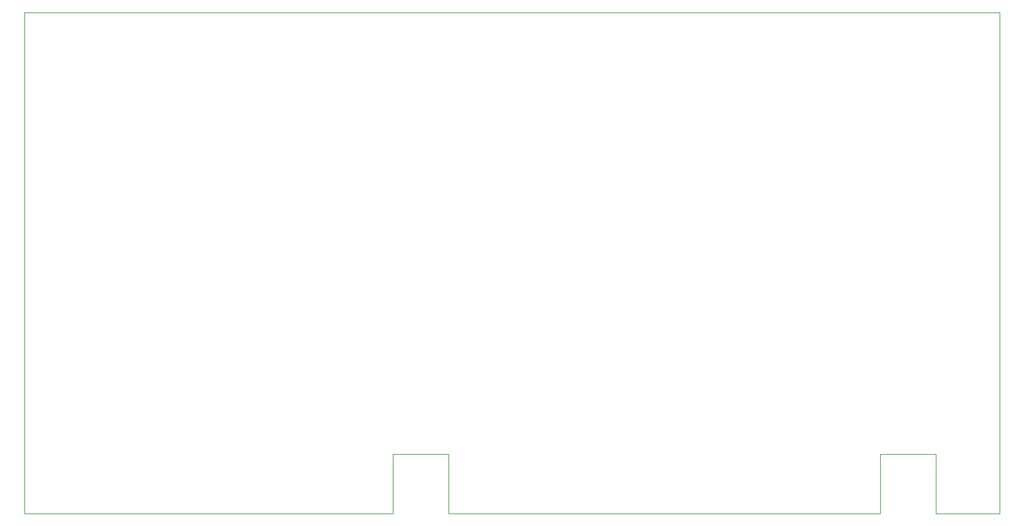
<source format=gbr>
%TF.GenerationSoftware,KiCad,Pcbnew,9.0.4*%
%TF.CreationDate,2025-11-24T10:01:03-06:00*%
%TF.ProjectId,birdcage_rat_head,62697264-6361-4676-955f-7261745f6865,rev?*%
%TF.SameCoordinates,Original*%
%TF.FileFunction,Profile,NP*%
%FSLAX46Y46*%
G04 Gerber Fmt 4.6, Leading zero omitted, Abs format (unit mm)*
G04 Created by KiCad (PCBNEW 9.0.4) date 2025-11-24 10:01:03*
%MOMM*%
%LPD*%
G01*
G04 APERTURE LIST*
%TA.AperFunction,Profile*%
%ADD10C,0.050000*%
%TD*%
G04 APERTURE END LIST*
D10*
X178271850Y-96297988D02*
X185821850Y-96297988D01*
X185821850Y-104348000D02*
X185821850Y-96297988D01*
X178271850Y-104348000D02*
X178271850Y-96297988D01*
X119846733Y-104348000D02*
X119846733Y-96297988D01*
X112286733Y-104347987D02*
X112286733Y-96297988D01*
X112286733Y-96297988D02*
X119846733Y-96297988D01*
X119846733Y-104348000D02*
X178271850Y-104348000D01*
X62469979Y-104348000D02*
X112286733Y-104347987D01*
X194416870Y-36570000D02*
X194416870Y-104348000D01*
X185821850Y-104348000D02*
X194416870Y-104348000D01*
X62469979Y-36570000D02*
X194416870Y-36570000D01*
X62469979Y-36570000D02*
X62469979Y-104348000D01*
M02*

</source>
